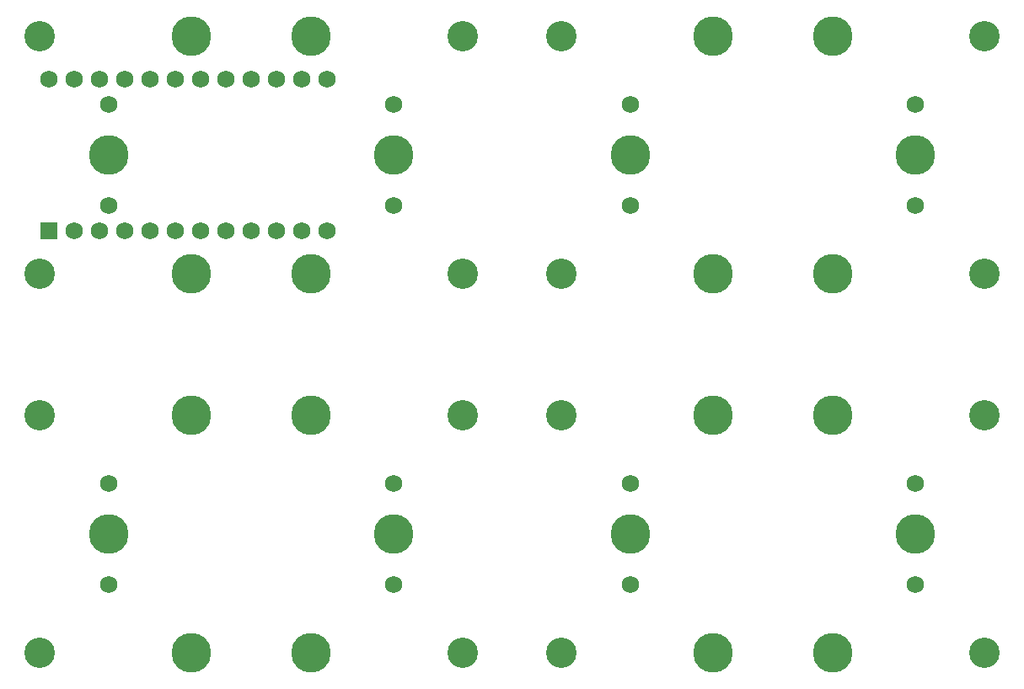
<source format=gts>
%TF.GenerationSoftware,KiCad,Pcbnew,(5.1.9)-1*%
%TF.CreationDate,2021-04-18T19:10:53+08:00*%
%TF.ProjectId,ISOISOISO,49534f49-534f-4495-934f-2e6b69636164,rev?*%
%TF.SameCoordinates,Original*%
%TF.FileFunction,Soldermask,Top*%
%TF.FilePolarity,Negative*%
%FSLAX46Y46*%
G04 Gerber Fmt 4.6, Leading zero omitted, Abs format (unit mm)*
G04 Created by KiCad (PCBNEW (5.1.9)-1) date 2021-04-18 19:10:53*
%MOMM*%
%LPD*%
G01*
G04 APERTURE LIST*
%ADD10C,1.752600*%
%ADD11R,1.752600X1.752600*%
%ADD12C,3.987800*%
%ADD13C,3.048000*%
%ADD14C,1.750000*%
G04 APERTURE END LIST*
D10*
%TO.C,U1*%
X32067500Y-33655000D03*
X60007500Y-48895000D03*
X34607500Y-33655000D03*
X37147500Y-33655000D03*
X39687500Y-33655000D03*
X42227500Y-33655000D03*
X44767500Y-33655000D03*
X47307500Y-33655000D03*
X49847500Y-33655000D03*
X52387500Y-33655000D03*
X54927500Y-33655000D03*
X57467500Y-33655000D03*
X60007500Y-33655000D03*
X57467500Y-48895000D03*
X54927500Y-48895000D03*
X52387500Y-48895000D03*
X49847500Y-48895000D03*
X47307500Y-48895000D03*
X44767500Y-48895000D03*
X42227500Y-48895000D03*
X39687500Y-48895000D03*
X37147500Y-48895000D03*
X34607500Y-48895000D03*
D11*
X32067500Y-48895000D03*
%TD*%
D12*
%TO.C,MX8*%
X110807500Y-67437000D03*
X110807500Y-91313000D03*
D13*
X126047500Y-67437000D03*
X126047500Y-91313000D03*
D14*
X119062500Y-84455000D03*
X119062500Y-74295000D03*
D12*
X119062500Y-79375000D03*
%TD*%
%TO.C,MX7*%
X110807500Y-29337000D03*
X110807500Y-53213000D03*
D13*
X126047500Y-29337000D03*
X126047500Y-53213000D03*
D14*
X119062500Y-46355000D03*
X119062500Y-36195000D03*
D12*
X119062500Y-41275000D03*
%TD*%
%TO.C,MX6*%
X98742500Y-91313000D03*
X98742500Y-67437000D03*
D13*
X83502500Y-91313000D03*
X83502500Y-67437000D03*
D14*
X90487500Y-74295000D03*
X90487500Y-84455000D03*
D12*
X90487500Y-79375000D03*
%TD*%
%TO.C,MX5*%
X98742500Y-53213000D03*
X98742500Y-29337000D03*
D13*
X83502500Y-53213000D03*
X83502500Y-29337000D03*
D14*
X90487500Y-36195000D03*
X90487500Y-46355000D03*
D12*
X90487500Y-41275000D03*
%TD*%
%TO.C,MX4*%
X58420000Y-67437000D03*
X58420000Y-91313000D03*
D13*
X73660000Y-67437000D03*
X73660000Y-91313000D03*
D14*
X66675000Y-84455000D03*
X66675000Y-74295000D03*
D12*
X66675000Y-79375000D03*
%TD*%
%TO.C,MX3*%
X58420000Y-29337000D03*
X58420000Y-53213000D03*
D13*
X73660000Y-29337000D03*
X73660000Y-53213000D03*
D14*
X66675000Y-46355000D03*
X66675000Y-36195000D03*
D12*
X66675000Y-41275000D03*
%TD*%
%TO.C,MX2*%
X46355000Y-91313000D03*
X46355000Y-67437000D03*
D13*
X31115000Y-91313000D03*
X31115000Y-67437000D03*
D14*
X38100000Y-74295000D03*
X38100000Y-84455000D03*
D12*
X38100000Y-79375000D03*
%TD*%
%TO.C,MX1*%
X46355000Y-53213000D03*
X46355000Y-29337000D03*
D13*
X31115000Y-53213000D03*
X31115000Y-29337000D03*
D14*
X38100000Y-36195000D03*
X38100000Y-46355000D03*
D12*
X38100000Y-41275000D03*
%TD*%
M02*

</source>
